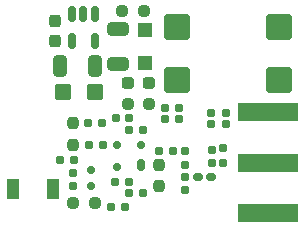
<source format=gtp>
%TF.GenerationSoftware,KiCad,Pcbnew,9.0.1-193-gcc69f8b9ae*%
%TF.CreationDate,2025-04-23T10:26:54+02:00*%
%TF.ProjectId,LowCapacitanceProbe,4c6f7743-6170-4616-9369-74616e636550,1.0.0*%
%TF.SameCoordinates,PX22404f8PY679ca88*%
%TF.FileFunction,Paste,Top*%
%TF.FilePolarity,Positive*%
%FSLAX45Y45*%
G04 Gerber Fmt 4.5, Leading zero omitted, Abs format (unit mm)*
G04 Created by KiCad (PCBNEW 9.0.1-193-gcc69f8b9ae) date 2025-04-23 10:26:54*
%MOMM*%
%LPD*%
G01*
G04 APERTURE LIST*
G04 Aperture macros list*
%AMRoundRect*
0 Rectangle with rounded corners*
0 $1 Rounding radius*
0 $2 $3 $4 $5 $6 $7 $8 $9 X,Y pos of 4 corners*
0 Add a 4 corners polygon primitive as box body*
4,1,4,$2,$3,$4,$5,$6,$7,$8,$9,$2,$3,0*
0 Add four circle primitives for the rounded corners*
1,1,$1+$1,$2,$3*
1,1,$1+$1,$4,$5*
1,1,$1+$1,$6,$7*
1,1,$1+$1,$8,$9*
0 Add four rect primitives between the rounded corners*
20,1,$1+$1,$2,$3,$4,$5,0*
20,1,$1+$1,$4,$5,$6,$7,0*
20,1,$1+$1,$6,$7,$8,$9,0*
20,1,$1+$1,$8,$9,$2,$3,0*%
G04 Aperture macros list end*
%ADD10RoundRect,0.175000X0.175000X0.325000X-0.175000X0.325000X-0.175000X-0.325000X0.175000X-0.325000X0*%
%ADD11RoundRect,0.150000X0.200000X0.150000X-0.200000X0.150000X-0.200000X-0.150000X0.200000X-0.150000X0*%
%ADD12RoundRect,0.160000X-0.197500X-0.160000X0.197500X-0.160000X0.197500X0.160000X-0.197500X0.160000X0*%
%ADD13R,5.080000X1.500000*%
%ADD14RoundRect,0.250000X0.450000X0.425000X-0.450000X0.425000X-0.450000X-0.425000X0.450000X-0.425000X0*%
%ADD15R,1.200000X1.200000*%
%ADD16RoundRect,0.155000X0.155000X-0.212500X0.155000X0.212500X-0.155000X0.212500X-0.155000X-0.212500X0*%
%ADD17RoundRect,0.237500X-0.237500X0.250000X-0.237500X-0.250000X0.237500X-0.250000X0.237500X0.250000X0*%
%ADD18RoundRect,0.237500X-0.237500X0.300000X-0.237500X-0.300000X0.237500X-0.300000X0.237500X0.300000X0*%
%ADD19RoundRect,0.160000X-0.222500X-0.160000X0.222500X-0.160000X0.222500X0.160000X-0.222500X0.160000X0*%
%ADD20RoundRect,0.250000X-0.325000X-0.650000X0.325000X-0.650000X0.325000X0.650000X-0.325000X0.650000X0*%
%ADD21RoundRect,0.160000X0.197500X0.160000X-0.197500X0.160000X-0.197500X-0.160000X0.197500X-0.160000X0*%
%ADD22RoundRect,0.237500X-0.287500X-0.237500X0.287500X-0.237500X0.287500X0.237500X-0.287500X0.237500X0*%
%ADD23RoundRect,0.155000X0.212500X0.155000X-0.212500X0.155000X-0.212500X-0.155000X0.212500X-0.155000X0*%
%ADD24RoundRect,0.155000X-0.155000X0.212500X-0.155000X-0.212500X0.155000X-0.212500X0.155000X0.212500X0*%
%ADD25RoundRect,0.150000X-0.150000X0.512500X-0.150000X-0.512500X0.150000X-0.512500X0.150000X0.512500X0*%
%ADD26RoundRect,0.155000X-0.212500X-0.155000X0.212500X-0.155000X0.212500X0.155000X-0.212500X0.155000X0*%
%ADD27RoundRect,0.250000X0.650000X-0.325000X0.650000X0.325000X-0.650000X0.325000X-0.650000X-0.325000X0*%
%ADD28RoundRect,0.237500X0.250000X0.237500X-0.250000X0.237500X-0.250000X-0.237500X0.250000X-0.237500X0*%
%ADD29RoundRect,0.160000X0.160000X-0.197500X0.160000X0.197500X-0.160000X0.197500X-0.160000X-0.197500X0*%
%ADD30R,1.000000X1.800000*%
%ADD31RoundRect,0.150000X-0.200000X0.150000X-0.200000X-0.150000X0.200000X-0.150000X0.200000X0.150000X0*%
%ADD32RoundRect,0.250000X-0.850000X0.850000X-0.850000X-0.850000X0.850000X-0.850000X0.850000X0.850000X0*%
G04 APERTURE END LIST*
D10*
%TO.C,Q1*%
X1221500Y495000D03*
D11*
X1221500Y665000D03*
X1021500Y665000D03*
X1021500Y475000D03*
%TD*%
D12*
%TO.C,R11*%
X1818000Y937500D03*
X1937500Y937500D03*
%TD*%
D13*
%TO.C,J2*%
X2292900Y515000D03*
X2292900Y940000D03*
X2292900Y90000D03*
%TD*%
D14*
%TO.C,C8*%
X828500Y1114000D03*
X558500Y1114000D03*
%TD*%
D15*
%TO.C,D3*%
X1255000Y1635000D03*
X1255000Y1355000D03*
%TD*%
D16*
%TO.C,C5*%
X1596500Y496750D03*
X1596500Y610250D03*
%TD*%
%TO.C,C11*%
X646500Y315000D03*
X646500Y428500D03*
%TD*%
D17*
%TO.C,R14*%
X646500Y847500D03*
X646500Y665000D03*
%TD*%
%TO.C,R10*%
X1371500Y495000D03*
X1371500Y312500D03*
%TD*%
D18*
%TO.C,C13*%
X490500Y1713500D03*
X490500Y1541000D03*
%TD*%
D19*
%TO.C,L1*%
X1699750Y390000D03*
X1814250Y390000D03*
%TD*%
D20*
%TO.C,C1*%
X533500Y1334000D03*
X828500Y1334000D03*
%TD*%
D21*
%TO.C,R9*%
X896500Y665000D03*
X777000Y665000D03*
%TD*%
D22*
%TO.C,FB1*%
X1112500Y1191000D03*
X1287500Y1191000D03*
%TD*%
D23*
%TO.C,C12*%
X1085000Y140000D03*
X971500Y140000D03*
%TD*%
D24*
%TO.C,C7*%
X1821500Y624250D03*
X1821500Y510750D03*
%TD*%
D25*
%TO.C,U2*%
X828500Y1769000D03*
X733500Y1769000D03*
X638500Y1769000D03*
X638500Y1541500D03*
X828500Y1541500D03*
%TD*%
D26*
%TO.C,C3*%
X536500Y540000D03*
X650000Y540000D03*
%TD*%
D23*
%TO.C,C14*%
X1235000Y258000D03*
X1121500Y258000D03*
%TD*%
D27*
%TO.C,C2*%
X1030000Y1347500D03*
X1030000Y1642500D03*
%TD*%
D12*
%TO.C,R7*%
X1120500Y790000D03*
X1240000Y790000D03*
%TD*%
D28*
%TO.C,R16*%
X829000Y175000D03*
X646500Y175000D03*
%TD*%
%TO.C,R19*%
X1291750Y1010000D03*
X1109250Y1010000D03*
%TD*%
D16*
%TO.C,C6*%
X1596500Y281230D03*
X1596500Y394730D03*
%TD*%
D26*
%TO.C,C4*%
X776500Y850000D03*
X890000Y850000D03*
%TD*%
D12*
%TO.C,R18*%
X1423000Y980000D03*
X1542500Y980000D03*
%TD*%
D29*
%TO.C,R15*%
X1919000Y515000D03*
X1919000Y634500D03*
%TD*%
D12*
%TO.C,R17*%
X1423000Y885000D03*
X1542500Y885000D03*
%TD*%
%TO.C,R13*%
X1371500Y615000D03*
X1491000Y615000D03*
%TD*%
D26*
%TO.C,C10*%
X1008000Y890000D03*
X1121500Y890000D03*
%TD*%
D30*
%TO.C,C9*%
X479000Y288000D03*
X139000Y288000D03*
%TD*%
D31*
%TO.C,D1*%
X796500Y315000D03*
X796500Y455000D03*
%TD*%
D32*
%TO.C,J3*%
X2385500Y1666000D03*
X2385500Y1216000D03*
X1525500Y1666000D03*
X1525500Y1216000D03*
%TD*%
D28*
%TO.C,R20*%
X1242500Y1800000D03*
X1060000Y1800000D03*
%TD*%
D21*
%TO.C,R8*%
X1120250Y351000D03*
X1000750Y351000D03*
%TD*%
%TO.C,R12*%
X1937000Y842500D03*
X1817500Y842500D03*
%TD*%
M02*

</source>
